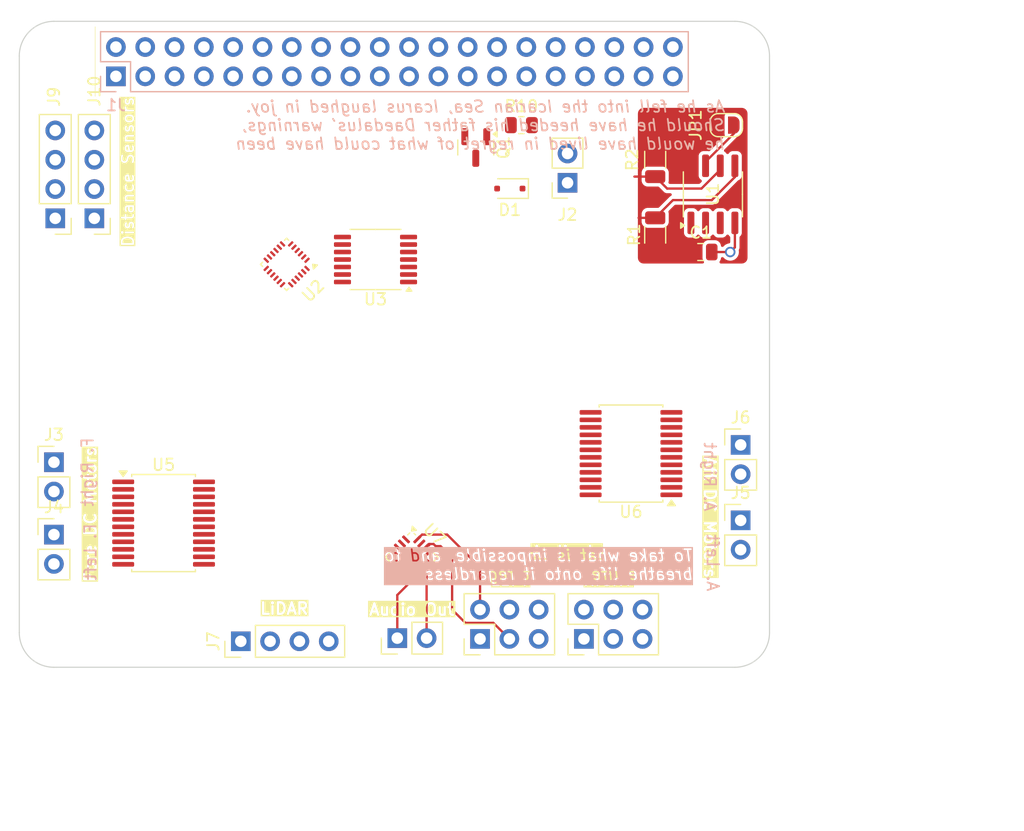
<source format=kicad_pcb>
(kicad_pcb (version 20241229) (generator "pcbnew") (generator_version "9.0")
  (title_block (date "15 nov 2012"))
  (layers (0 "F.Cu" signal) (4 "In1.Cu" signal) (6 "In2.Cu" signal) (2 "B.Cu" signal) (13 "F.Paste" user) (15 "B.Paste" user) (5 "F.SilkS" user "F.Silkscreen") (7 "B.SilkS" user "B.Silkscreen") (1 "F.Mask" user) (3 "B.Mask" user) (25 "Edge.Cuts" user))
  (net 0 "")
  (net 1 "GND")
  (net 2 "+5V")
  (net 3 "+3V3")
  (net 4 "Net-(D1-A)")
  (net 5 "/[1] HAT Interface/GPIO26")
  (net 6 "/[1] HAT Interface/GPIO21{slash}PCM.DOUT")
  (net 7 "/[1] HAT Interface/GPIO4{slash}GPCLK0")
  (net 8 "/[1] HAT Interface/GPIO18{slash}PCM.CLK")
  (net 9 "/[1] HAT Interface/GPIO27")
  (net 10 "/[1] HAT Interface/GPIO2{slash}SDA1")
  (net 11 "/[1] HAT Interface/GPIO5")
  (net 12 "/[1] HAT Interface/GPIO8{slash}SPI0.CE0")
  (net 13 "/[1] HAT Interface/GPIO13{slash}PWM1")
  (net 14 "/[1] HAT Interface/GPIO15{slash}RXD0")
  (net 15 "/[1] HAT Interface/GPIO14{slash}TXD0")
  (net 16 "/[1] HAT Interface/GPIO7{slash}SPI0.CE1")
  (net 17 "/[1] HAT Interface/ID_SCL")
  (net 18 "/[1] HAT Interface/GPIO23")
  (net 19 "/[1] HAT Interface/GPIO20{slash}PCM.DIN")
  (net 20 "/[1] HAT Interface/GPIO24")
  (net 21 "/[1] HAT Interface/GPIO3{slash}SCL1")
  (net 22 "/[1] HAT Interface/GPIO19{slash}PCM.FS")
  (net 23 "/[1] HAT Interface/GPIO9{slash}SPI0.MISO")
  (net 24 "/[1] HAT Interface/GPIO12{slash}PWM0")
  (net 25 "/[1] HAT Interface/GPIO16")
  (net 26 "/[1] HAT Interface/GPIO25")
  (net 27 "/[1] HAT Interface/ID_SDA")
  (net 28 "/[1] HAT Interface/GPIO10{slash}SPI0.MOSI")
  (net 29 "/[1] HAT Interface/GPIO11{slash}SPI0.SCLK")
  (net 30 "/[1] HAT Interface/GPIO22")
  (net 31 "/[1] HAT Interface/GPIO17")
  (net 32 "/[1] HAT Interface/GPIO6")
  (net 33 "Net-(JP1-A)")
  (net 34 "Net-(Q1-B)")
  (net 41 "Net-(U2-~{CS})")
  (net 42 "Net-(U2-SDO{slash}AD0)")
  (net 43 "Net-(U2-SDA{slash}SDI)")
  (net 45 "+1V5")
  (net 53 "+3.3V")
  (net 57 "Net-(U2-SCL{slash}SCLK)")
  (net 62 "Net-(U5-PGND2-Pad10)")
  (net 65 "Net-(U5-PGND1-Pad3)")
  (net 69 "Net-(U6-PGND1-Pad3)")
  (net 70 "Net-(U6-PGND2-Pad10)")
  (net 79 "/[3] Fan & Sensor Systems/OUT+")
  (net 82 "/[4] Motors/MOTOR A2")
  (net 83 "/[4] Motors/MOTOR A1")
  (net 85 "/[4] Motors/MOTOR B2")
  (net 86 "/[3] Fan & Sensor Systems/OUT-")
  (net 87 "/[4] Motors/MOTOR B1")
  (net 88 "/[4] Motors/MOTOR C1")
  (net 89 "/[4] Motors/MOTOR C2")
  (net 90 "/[4] Motors/MOTOR D2")
  (net 91 "/[4] Motors/MOTOR D1")
  (footprint "Connector_PinHeader_2.54mm:PinHeader_1x04_P2.54mm_Vertical" (layer "F.Cu") (at 119.19 97.75 90)
    (property "Reference" "J7" (at 0 -2.38 90) (layer "F.SilkS"))
    (property "Value" "Conn_01x04")
    (pad "1" thru_hole rect (at 0 0 90) (size 1.7 1.7) (drill 1) (layers "*.Cu" "*.Mask") (net 2 "+5V"))
    (pad "2" thru_hole circle (at 0 2.54 90) (size 1.7 1.7) (drill 1) (layers "*.Cu" "*.Mask") (net 14 "/[1] HAT Interface/GPIO15{slash}RXD0"))
    (pad "3" thru_hole circle (at 0 5.08 90) (size 1.7 1.7) (drill 1) (layers "*.Cu" "*.Mask") (net 24 "/[1] HAT Interface/GPIO12{slash}PWM0"))
    (pad "4" thru_hole circle (at 0 7.62 90) (size 1.7 1.7) (drill 1) (layers "*.Cu" "*.Mask") (net 1 "GND"))
  )
  (footprint "Jumper:SolderJumper-2_P1.3mm_Open_RoundedPad1.0x1.5mm" (layer "F.Cu") (at 161.255001 53 180)
    (property "Reference" "JP1" (at 2.66 0 90) (layer "F.SilkS"))
    (property "Value" "ID_WP")
    (pad "1" smd custom (at -0.65 0 180) (size 1 0.5) (layers "F.Cu" "F.Mask") (net 33 "Net-(JP1-A)") (options (clearance outline) (anchor rect)) (primitives (gr_circle (center 0 0.25) (end 0.5 0.25) (width 0) (fill yes)) (gr_circle (center 0 -0.25) (end 0.5 -0.25) (width 0) (fill yes)) (gr_poly (pts (xy 0.5 0.75) (xy 0 0.75) (xy 0 -0.75) (xy 0.5 -0.75)) (width 0) (fill yes))))
    (pad "2" smd custom (at 0.65 0 180) (size 1 0.5) (layers "F.Cu" "F.Mask") (net 3 "+3V3") (options (clearance outline) (anchor rect)) (primitives (gr_circle (center 0 0.25) (end 0.5 0.25) (width 0) (fill yes)) (gr_circle (center 0 -0.25) (end 0.5 -0.25) (width 0) (fill yes)) (gr_poly (pts (xy 0 0.75) (xy -0.5 0.75) (xy -0.5 -0.75) (xy 0 -0.75)) (width 0) (fill yes))))
  )
  (footprint "Connector_PinHeader_2.54mm:PinHeader_1x04_P2.54mm_Vertical" (layer "F.Cu") (at 103.115 61.08 180)
    (property "Reference" "J9" (at 0.115 10.54 90) (layer "F.SilkS"))
    (property "Value" "Conn_01x04")
    (pad "1" thru_hole rect (at 0 0 180) (size 1.7 1.7) (drill 1) (layers "*.Cu" "*.Mask") (net 2 "+5V"))
    (pad "2" thru_hole circle (at 0 2.54 180) (size 1.7 1.7) (drill 1) (layers "*.Cu" "*.Mask") (net 30 "/[1] HAT Interface/GPIO22"))
    (pad "3" thru_hole circle (at 0 5.08 180) (size 1.7 1.7) (drill 1) (layers "*.Cu" "*.Mask") (net 28 "/[1] HAT Interface/GPIO10{slash}SPI0.MOSI"))
    (pad "4" thru_hole circle (at 0 7.62 180) (size 1.7 1.7) (drill 1) (layers "*.Cu" "*.Mask") (net 1 "GND"))
  )
  (footprint "MountingHole:MountingHole_2.7mm_M2.5" (layer "F.Cu") (at 161.5 47.5)
    (property "Reference" "MH2" (hide yes))
    (property "Value" "MountingHole_2.7mm_M2.5" (hide yes))
    (pad "" np_thru_hole circle (at 0 0) (size 2.7 2.7) (drill 2.7) (layers "F&B.Cu" "*.Mask") (clearance 0.5))
  )
  (footprint "Resistor_SMD:R_1206_3216Metric" (layer "F.Cu") (at 155.095001 56 -90)
    (property "Reference" "R2" (at 0 2 90) (layer "F.SilkS"))
    (property "Value" "3.9k")
    (pad "1" smd roundrect (at -1.4625 0 270) (size 1.125 1.75) (layers "F.Cu" "F.Mask" "F.Paste") (roundrect_rratio 0.222222) (net 3 "+3V3"))
    (pad "2" smd roundrect (at 1.4625 0 270) (size 1.125 1.75) (layers "F.Cu" "F.Mask" "F.Paste") (roundrect_rratio 0.222222) (net 17 "/[1] HAT Interface/ID_SCL"))
  )
  (footprint "Connector_PinHeader_2.54mm:PinHeader_1x04_P2.54mm_Vertical" (layer "F.Cu") (at 106.5 61.08 180)
    (property "Reference" "J10" (at 0 11.04 90) (layer "F.SilkS"))
    (property "Value" "Conn_01x04")
    (pad "1" thru_hole rect (at 0 0 180) (size 1.7 1.7) (drill 1) (layers "*.Cu" "*.Mask") (net 2 "+5V"))
    (pad "2" thru_hole circle (at 0 2.54 180) (size 1.7 1.7) (drill 1) (layers "*.Cu" "*.Mask") (net 23 "/[1] HAT Interface/GPIO9{slash}SPI0.MISO"))
    (pad "3" thru_hole circle (at 0 5.08 180) (size 1.7 1.7) (drill 1) (layers "*.Cu" "*.Mask") (net 29 "/[1] HAT Interface/GPIO11{slash}SPI0.SCLK"))
    (pad "4" thru_hole circle (at 0 7.62 180) (size 1.7 1.7) (drill 1) (layers "*.Cu" "*.Mask") (net 1 "GND"))
  )
  (footprint "Connector_PinHeader_2.54mm:PinHeader_1x02_P2.54mm_Vertical" (layer "F.Cu") (at 103 88.5)
    (property "Reference" "J4" (at 0 -2.38 0) (layer "F.SilkS"))
    (property "Value" "Conn_01x02")
    (pad "1" thru_hole rect (at 0 0) (size 1.7 1.7) (drill 1) (layers "*.Cu" "*.Mask") (net 87 "/[4] Motors/MOTOR B1"))
    (pad "2" thru_hole circle (at 0 2.54) (size 1.7 1.7) (drill 1) (layers "*.Cu" "*.Mask") (net 85 "/[4] Motors/MOTOR B2"))
  )
  (footprint "Connector_PinHeader_2.54mm:PinHeader_2x03_P2.54mm_Vertical" (layer "F.Cu") (at 148.92 97.54 90)
    (property "Reference" "J17" (hide yes))
    (property "Value" "Conn_02x03_Counter_Clockwise")
    (pad "1" thru_hole rect (at 0 0 90) (size 1.7 1.7) (drill 1) (layers "*.Cu" "*.Mask") (net 53 "+3.3V"))
    (pad "2" thru_hole circle (at 2.54 0 90) (size 1.7 1.7) (drill 1) (layers "*.Cu" "*.Mask") (net 8 "/[1] HAT Interface/GPIO18{slash}PCM.CLK"))
    (pad "3" thru_hole circle (at 0 2.54 90) (size 1.7 1.7) (drill 1) (layers "*.Cu" "*.Mask") (net 22 "/[1] HAT Interface/GPIO19{slash}PCM.FS"))
    (pad "4" thru_hole circle (at 2.54 2.54 90) (size 1.7 1.7) (drill 1) (layers "*.Cu" "*.Mask") (net 19 "/[1] HAT Interface/GPIO20{slash}PCM.DIN"))
    (pad "5" thru_hole circle (at 0 5.08 90) (size 1.7 1.7) (drill 1) (layers "*.Cu" "*.Mask") (net 53 "+3.3V"))
    (pad "6" thru_hole circle (at 2.54 5.08 90) (size 1.7 1.7) (drill 1) (layers "*.Cu" "*.Mask") (net 1 "GND"))
  )
  (footprint "Connector_PinHeader_2.54mm:PinHeader_1x02_P2.54mm_Vertical" (layer "F.Cu") (at 162.5 80.725)
    (property "Reference" "J6" (at 0 -2.38 0) (layer "F.SilkS"))
    (property "Value" "Conn_01x02")
    (pad "1" thru_hole rect (at 0 0) (size 1.7 1.7) (drill 1) (layers "*.Cu" "*.Mask") (net 91 "/[4] Motors/MOTOR D1"))
    (pad "2" thru_hole circle (at 0 2.54) (size 1.7 1.7) (drill 1) (layers "*.Cu" "*.Mask") (net 90 "/[4] Motors/MOTOR D2"))
  )
  (footprint "Package_DFN_QFN:TQFN-16-1EP_3x3mm_P0.5mm_EP1.23x1.23mm" (layer "F.Cu") (at 133.993204 90.461136 -45)
    (property "Reference" "U7" (at 0 -2.8 135) (layer "F.SilkS"))
    (property "Value" "MAX98357A")
    (pad "1" smd roundrect (at -1.4375 -0.75 315) (size 0.825 0.25) (layers "F.Cu" "F.Mask" "F.Paste") (net 6 "/[1] HAT Interface/GPIO21{slash}PCM.DOUT"))
    (pad "2" smd roundrect (at -1.4375 -0.25 315) (size 0.825 0.25) (layers "F.Cu" "F.Mask" "F.Paste"))
    (pad "3" smd roundrect (at -1.4375 0.25 315) (size 0.825 0.25) (layers "F.Cu" "F.Mask" "F.Paste") (net 1 "GND"))
    (pad "4" smd roundrect (at -1.4375 0.75 315) (size 0.825 0.25) (layers "F.Cu" "F.Mask" "F.Paste"))
    (pad "5" smd roundrect (at -0.75 1.4375 315) (size 0.25 0.825) (layers "F.Cu" "F.Mask" "F.Paste"))
    (pad "6" smd roundrect (at -0.25 1.4375 315) (size 0.25 0.825) (layers "F.Cu" "F.Mask" "F.Paste"))
    (pad "7" smd roundrect (at 0.25 1.4375 315) (size 0.25 0.825) (layers "F.Cu" "F.Mask" "F.Paste") (net 2 "+5V"))
    (pad "8" smd roundrect (at 0.75 1.4375 315) (size 0.25 0.825) (layers "F.Cu" "F.Mask" "F.Paste") (net 2 "+5V"))
    (pad "9" smd roundrect (at 1.4375 0.75 315) (size 0.825 0.25) (layers "F.Cu" "F.Mask" "F.Paste") (net 79 "/[3] Fan & Sensor Systems/OUT+"))
    (pad "10" smd roundrect (at 1.4375 0.25 315) (size 0.825 0.25) (layers "F.Cu" "F.Mask" "F.Paste") (net 86 "/[3] Fan & Sensor Systems/OUT-"))
    (pad "11" smd roundrect (at 1.4375 -0.25 315) (size 0.825 0.25) (layers "F.Cu" "F.Mask" "F.Paste") (net 1 "GND"))
    (pad "12" smd roundrect (at 1.4375 -0.75 315) (size 0.825 0.25) (layers "F.Cu" "F.Mask" "F.Paste"))
    (pad "13" smd roundrect (at 0.75 -1.4375 315) (size 0.25 0.825) (layers "F.Cu" "F.Mask" "F.Paste"))
    (pad "14" smd roundrect (at 0.25 -1.4375 315) (size 0.25 0.825) (layers "F.Cu" "F.Mask" "F.Paste") (net 22 "/[1] HAT Interface/GPIO19{slash}PCM.FS"))
    (pad "15" smd roundrect (at -0.25 -1.4375 315) (size 0.25 0.825) (layers "F.Cu" "F.Mask" "F.Paste") (net 1 "GND"))
    (pad "16" smd roundrect (at -0.75 -1.4375 315) (size 0.25 0.825) (layers "F.Cu" "F.Mask" "F.Paste") (net 8 "/[1] HAT Interface/GPIO18{slash}PCM.CLK"))
    (pad "17" smd rect (at 0 0 315) (size 1.23 1.23) (property pad_prop_heatsink) (layers "F.Cu" "F.Mask") (net 1 "GND"))
  )
  (footprint "Connector_PinSocket_2.54mm:PinSocket_1x02_P2.54mm_Vertical" (layer "F.Cu") (at 147.5 58 180)
    (property "Reference" "J2" (at 0 -2.77 0) (layer "F.SilkS"))
    (property "Value" "Conn_01x02")
    (pad "1" thru_hole rect (at 0 0 180) (size 1.7 1.7) (drill 1) (layers "*.Cu" "*.Mask") (net 2 "+5V"))
    (pad "2" thru_hole circle (at 0 2.54 180) (size 1.7 1.7) (drill 1) (layers "*.Cu" "*.Mask") (net 4 "Net-(D1-A)"))
  )
  (footprint "Package_TO_SOT_SMD:SOT-23" (layer "F.Cu") (at 139.55 54.9375 -90)
    (property "Reference" "Q1" (at 0 -2.4 90) (layer "F.SilkS"))
    (property "Value" "SS8050")
    (pad "1" smd roundrect (at -0.9375 -0.95 270) (size 1.475 0.6) (layers "F.Cu" "F.Mask" "F.Paste") (net 34 "Net-(Q1-B)"))
    (pad "2" smd roundrect (at -0.9375 0.95 270) (size 1.475 0.6) (layers "F.Cu" "F.Mask" "F.Paste") (net 1 "GND"))
    (pad "3" smd roundrect (at 0.9375 0 270) (size 1.475 0.6) (layers "F.Cu" "F.Mask" "F.Paste") (net 4 "Net-(D1-A)"))
  )
  (footprint "Resistor_SMD:R_1206_3216Metric" (layer "F.Cu") (at 155.095001 62.5 90)
    (property "Reference" "R1" (at 0 -1.83 90) (layer "F.SilkS"))
    (property "Value" "3.9k")
    (pad "1" smd roundrect (at -1.4625 0 90) (size 1.125 1.75) (layers "F.Cu" "F.Mask" "F.Paste") (roundrect_rratio 0.222222) (net 3 "+3V3"))
    (pad "2" smd roundrect (at 1.4625 0 90) (size 1.125 1.75) (layers "F.Cu" "F.Mask" "F.Paste") (roundrect_rratio 0.222222) (net 27 "/[1] HAT Interface/ID_SDA"))
  )
  (footprint "Capacitor_SMD:C_0805_2012Metric" (layer "F.Cu") (at 159.045001 64)
    (property "Reference" "C1" (at 0 -1.68 0) (layer "F.SilkS"))
    (property "Value" "100n")
    (pad "1" smd roundrect (at -0.95 0) (size 1 1.45) (layers "F.Cu" "F.Mask" "F.Paste") (net 3 "+3V3"))
    (pad "2" smd roundrect (at 0.95 0) (size 1 1.45) (layers "F.Cu" "F.Mask" "F.Paste") (net 1 "GND"))
  )
  (footprint "Package_SO:SOIC-8_3.9x4.9mm_P1.27mm" (layer "F.Cu") (at 160.095001 59 90)
    (property "Reference" "U1" (at 0 0 90) (layer "F.SilkS"))
    (property "Value" "CAT24C256")
    (pad "1" smd roundrect (at -2.475 -1.905 90) (size 1.95 0.6) (layers "F.Cu" "F.Mask" "F.Paste"))
    (pad "2" smd roundrect (at -2.475 -0.635 90) (size 1.95 0.6) (layers "F.Cu" "F.Mask" "F.Paste"))
    (pad "3" smd roundrect (at -2.475 0.635 90) (size 1.95 0.6) (layers "F.Cu" "F.Mask" "F.Paste"))
    (pad "4" smd roundrect (at -2.475 1.905 90) (size 1.95 0.6) (layers "F.Cu" "F.Mask" "F.Paste") (net 1 "GND"))
    (pad "5" smd roundrect (at 2.475 1.905 90) (size 1.95 0.6) (layers "F.Cu" "F.Mask" "F.Paste") (net 27 "/[1] HAT Interface/ID_SDA"))
    (pad "6" smd roundrect (at 2.475 0.635 90) (size 1.95 0.6) (layers "F.Cu" "F.Mask" "F.Paste") (net 17 "/[1] HAT Interface/ID_SCL"))
    (pad "7" smd roundrect (at 2.475 -0.635 90) (size 1.95 0.6) (layers "F.Cu" "F.Mask" "F.Paste") (net 33 "Net-(JP1-A)"))
    (pad "8" smd roundrect (at 2.475 -1.905 90) (size 1.95 0.6) (layers "F.Cu" "F.Mask" "F.Paste") (net 3 "+3V3"))
  )
  (footprint "MountingHole:MountingHole_2.7mm_M2.5" (layer "F.Cu") (at 103.5 96.5)
    (property "Reference" "MH3" (hide yes))
    (property "Value" "MountingHole_2.7mm_M2.5" (hide yes))
    (pad "" np_thru_hole circle (at 0 0) (size 2.7 2.7) (drill 2.7) (layers "F&B.Cu" "*.Mask") (clearance 0.5))
  )
  (footprint "MountingHole:MountingHole_2.7mm_M2.5" (layer "F.Cu") (at 103.5 47.5)
    (property "Reference" "MH1" (hide yes))
    (property "Value" "MountingHole_2.7mm_M2.5" (hide yes))
    (pad "" np_thru_hole circle (at 0 0) (size 2.7 2.7) (drill 2.7) (layers "F&B.Cu" "*.Mask") (clearance 0.5))
  )
  (footprint "Sensor_Motion:InvenSense_QFN-24_3x3mm_P0.4mm" (layer "F.Cu") (at 123.161053 65.067233 -135)
    (property "Reference" "U2" (at 0 -3.25 45) (layer "F.SilkS"))
    (property "Value" "ICM-20948")
    (pad "1" smd roundrect (at -1.5 -1 225) (size 0.55 0.2) (layers "F.Cu" "F.Mask" "F.Paste"))
    (pad "2" smd roundrect (at -1.5 -0.6 225) (size 0.55 0.2) (layers "F.Cu" "F.Mask" "F.Paste"))
    (pad "3" smd roundrect (at -1.5 -0.2 225) (size 0.55 0.2) (layers "F.Cu" "F.Mask" "F.Paste"))
    (pad "4" smd roundrect (at -1.5 0.2 225) (size 0.55 0.2) (layers "F.Cu" "F.Mask" "F.Paste"))
    (pad "5" smd roundrect (at -1.5 0.6 225) (size 0.55 0.2) (layers "F.Cu" "F.Mask" "F.Paste"))
    (pad "6" smd roundrect (at -1.5 1 225) (size 0.55 0.2) (layers "F.Cu" "F.Mask" "F.Paste"))
    (pad "7" smd roundrect (at -1 1.5 315) (size 0.55 0.2) (layers "F.Cu" "F.Mask" "F.Paste"))
    (pad "8" smd roundrect (at -0.6 1.5 315) (size 0.55 0.2) (layers "F.Cu" "F.Mask" "F.Paste") (net 45 "+1V5"))
    (pad "9" smd roundrect (at -0.2 1.5 315) (size 0.55 0.2) (layers "F.Cu" "F.Mask" "F.Paste") (net 42 "Net-(U2-SDO{slash}AD0)"))
    (pad "10" smd roundrect (at 0.2 1.5 315) (size 0.55 0.2) (layers "F.Cu" "F.Mask" "F.Paste"))
    (pad "11" smd roundrect (at 0.6 1.5 315) (size 0.55 0.2) (layers "F.Cu" "F.Mask" "F.Paste"))
    (pad "12" smd roundrect (at 1 1.5 315) (size 0.55 0.2) (layers "F.Cu" "F.Mask" "F.Paste"))
    (pad "13" smd roundrect (at 1.5 1 225) (size 0.55 0.2) (layers "F.Cu" "F.Mask" "F.Paste") (net 53 "+3.3V"))
    (pad "14" smd roundrect (at 1.5 0.6 225) (size 0.55 0.2) (layers "F.Cu" "F.Mask" "F.Paste"))
    (pad "15" smd roundrect (at 1.5 0.2 225) (size 0.55 0.2) (layers "F.Cu" "F.Mask" "F.Paste"))
    (pad "16" smd roundrect (at 1.5 -0.2 225) (size 0.55 0.2) (layers "F.Cu" "F.Mask" "F.Paste"))
    (pad "17" smd roundrect (at 1.5 -0.6 225) (size 0.55 0.2) (layers "F.Cu" "F.Mask" "F.Paste"))
    (pad "18" smd roundrect (at 1.5 -1 225) (size 0.55 0.2) (layers "F.Cu" "F.Mask" "F.Paste") (net 1 "GND"))
    (pad "19" smd roundrect (at 1 -1.5 315) (size 0.55 0.2) (layers "F.Cu" "F.Mask" "F.Paste"))
    (pad "20" smd roundrect (at 0.6 -1.5 315) (size 0.55 0.2) (layers "F.Cu" "F.Mask" "F.Paste") (net 1 "GND"))
    (pad "21" smd roundrect (at 0.2 -1.5 315) (size 0.55 0.2) (layers "F.Cu" "F.Mask" "F.Paste"))
    (pad "22" smd roundrect (at -0.2 -1.5 315) (size 0.55 0.2) (layers "F.Cu" "F.Mask" "F.Paste") (net 41 "Net-(U2-~{CS})"))
    (pad "23" smd roundrect (at -0.6 -1.5 315) (size 0.55 0.2) (layers "F.Cu" "F.Mask" "F.Paste") (net 57 "Net-(U2-SCL{slash}SCLK)"))
    (pad "24" smd roundrect (at -1 -1.5 315) (size 0.55 0.2) (layers "F.Cu" "F.Mask" "F.Paste") (net 43 "Net-(U2-SDA{slash}SDI)"))
    (zone (net 0) (net_name "") (layer "F.Cu") (connect_pads (clearance 0)) (min_thickness 0.254)
      (keepout (tracks not_allowed) (vias not_allowed) (pads not_allowed) (copperpour not_allowed) (footprints allowed))
      (fill (thermal_gap 0.508) (thermal_bridge_width 0.508))
      (polygon (pts (xy 124.341921 65.010664) (xy 123.104484 66.248101) (xy 121.980185 65.123802) (xy 123.217622 63.886365)))
    )
  )
  (footprint "Connector_PinHeader_2.54mm:PinHeader_1x02_P2.54mm_Vertical" (layer "F.Cu") (at 103 82.225)
    (property "Reference" "J3" (at 0 -2.38 0) (layer "F.SilkS"))
    (property "Value" "Conn_01x02")
    (pad "1" thru_hole rect (at 0 0) (size 1.7 1.7) (drill 1) (layers "*.Cu" "*.Mask") (net 83 "/[4] Motors/MOTOR A1"))
    (pad "2" thru_hole circle (at 0 2.54) (size 1.7 1.7) (drill 1) (layers "*.Cu" "*.Mask") (net 82 "/[4] Motors/MOTOR A2"))
  )
  (footprint "Connector_PinHeader_2.54mm:PinHeader_2x03_P2.54mm_Vertical" (layer "F.Cu") (at 139.92 97.54 90)
    (property "Reference" "J16" (hide yes))
    (property "Value" "Conn_02x03_Counter_Clockwise")
    (pad "1" thru_hole rect (at 0 0 90) (size 1.7 1.7) (drill 1) (layers "*.Cu" "*.Mask") (net 1 "GND"))
    (pad "2" thru_hole circle (at 2.54 0 90) (size 1.7 1.7) (drill 1) (layers "*.Cu" "*.Mask") (net 8 "/[1] HAT Interface/GPIO18{slash}PCM.CLK"))
    (pad "3" thru_hole circle (at 0 2.54 90) (size 1.7 1.7) (drill 1) (layers "*.Cu" "*.Mask") (net 22 "/[1] HAT Interface/GPIO19{slash}PCM.FS"))
    (pad "4" thru_hole circle (at 2.54 2.54 90) (size 1.7 1.7) (drill 1) (layers "*.Cu" "*.Mask") (net 19 "/[1] HAT Interface/GPIO20{slash}PCM.DIN"))
    (pad "5" thru_hole circle (at 0 5.08 90) (size 1.7 1.7) (drill 1) (layers "*.Cu" "*.Mask") (net 53 "+3.3V"))
    (pad "6" thru_hole circle (at 2.54 5.08 90) (size 1.7 1.7) (drill 1) (layers "*.Cu" "*.Mask") (net 1 "GND"))
  )
  (footprint "Connector_PinHeader_2.54mm:PinHeader_1x02_P2.54mm_Vertical" (layer "F.Cu") (at 132.75 97.475 90)
    (property "Reference" "J8" (hide yes))
    (property "Value" "Conn_01x02")
    (pad "1" thru_hole rect (at 0 0 90) (size 1.7 1.7) (drill 1) (layers "*.Cu" "*.Mask") (net 79 "/[3] Fan & Sensor Systems/OUT+"))
    (pad "2" thru_hole circle (at 0 2.54 90) (size 1.7 1.7) (drill 1) (layers "*.Cu" "*.Mask") (net 86 "/[3] Fan & Sensor Systems/OUT-"))
  )
  (footprint "Connector_PinHeader_2.54mm:PinHeader_1x02_P2.54mm_Vertical" (layer "F.Cu") (at 162.5 87.265)
    (property "Reference" "J5" (at 0 -2.38 0) (layer "F.SilkS"))
    (property "Value" "Conn_01x02")
    (pad "1" thru_hole rect (at 0 0) (size 1.7 1.7) (drill 1) (layers "*.Cu" "*.Mask") (net 88 "/[4] Motors/MOTOR C1"))
    (pad "2" thru_hole circle (at 0 2.54) (size 1.7 1.7) (drill 1) (layers "*.Cu" "*.Mask") (net 89 "/[4] Motors/MOTOR C2"))
  )
  (footprint "MountingHole:MountingHole_2.7mm_M2.5" (layer "F.Cu") (at 161.5 96.5)
    (property "Reference" "MH4" (hide yes))
    (property "Value" "MountingHole_2.7mm_M2.5" (hide yes))
    (pad "" np_thru_hole circle (at 0 0) (size 2.7 2.7) (drill 2.7) (layers "F&B.Cu" "*.Mask") (clearance 0.5))
  )
  (footprint "Package_SO:SSOP-24_5.3x8.2mm_P0.65mm" (layer "F.Cu") (at 112.5 87.5)
    (property "Reference" "U5" (at 0 -5.05 0) (layer "F.SilkS"))
    (property "Value" "TB6612FNG")
    (pad "1" smd roundrect (at -3.5 -3.575) (size 1.9 0.4) (layers "F.Cu" "F.Mask" "F.Paste") (net 83 "/[4] Motors/MOTOR A1"))
    (pad "2" smd roundrect (at -3.5 -2.925) (size 1.9 0.4) (layers "F.Cu" "F.Mask" "F.Paste") (net 83 "/[4] Motors/MOTOR A1"))
    (pad "3" smd roundrect (at -3.5 -2.275) (size 1.9 0.4) (layers "F.Cu" "F.Mask" "F.Paste") (net 65 "Net-(U5-PGND1-Pad3)"))
    (pad "4" smd roundrect (at -3.5 -1.625) (size 1.9 0.4) (layers "F.Cu" "F.Mask" "F.Paste") (net 65 "Net-(U5-PGND1-Pad3)"))
    (pad "5" smd roundrect (at -3.5 -0.975) (size 1.9 0.4) (layers "F.Cu" "F.Mask" "F.Paste") (net 82 "/[4] Motors/MOTOR A2"))
    (pad "6" smd roundrect (at -3.5 -0.325) (size 1.9 0.4) (layers "F.Cu" "F.Mask" "F.Paste") (net 82 "/[4] Motors/MOTOR A2"))
    (pad "7" smd roundrect (at -3.5 0.325) (size 1.9 0.4) (layers "F.Cu" "F.Mask" "F.Paste") (net 85 "/[4] Motors/MOTOR B2"))
    (pad "8" smd roundrect (at -3.5 0.975) (size 1.9 0.4) (layers "F.Cu" "F.Mask" "F.Paste") (net 85 "/[4] Motors/MOTOR B2"))
    (pad "9" smd roundrect (at -3.5 1.625) (size 1.9 0.4) (layers "F.Cu" "F.Mask" "F.Paste") (net 62 "Net-(U5-PGND2-Pad10)"))
    (pad "10" smd roundrect (at -3.5 2.275) (size 1.9 0.4) (layers "F.Cu" "F.Mask" "F.Paste") (net 62 "Net-(U5-PGND2-Pad10)"))
    (pad "11" smd roundrect (at -3.5 2.925) (size 1.9 0.4) (layers "F.Cu" "F.Mask" "F.Paste") (net 87 "/[4] Motors/MOTOR B1"))
    (pad "12" smd roundrect (at -3.5 3.575) (size 1.9 0.4) (layers "F.Cu" "F.Mask" "F.Paste") (net 87 "/[4] Motors/MOTOR B1"))
    (pad "13" smd roundrect (at 3.5 3.575) (size 1.9 0.4) (layers "F.Cu" "F.Mask" "F.Paste"))
    (pad "14" smd roundrect (at 3.5 2.925) (size 1.9 0.4) (layers "F.Cu" "F.Mask" "F.Paste"))
    (pad "15" smd roundrect (at 3.5 2.275) (size 1.9 0.4) (layers "F.Cu" "F.Mask" "F.Paste") (net 13 "/[1] HAT Interface/GPIO13{slash}PWM1"))
    (pad "16" smd roundrect (at 3.5 1.625) (size 1.9 0.4) (layers "F.Cu" "F.Mask" "F.Paste") (net 32 "/[1] HAT Interface/GPIO6"))
    (pad "17" smd roundrect (at 3.5 0.975) (size 1.9 0.4) (layers "F.Cu" "F.Mask" "F.Paste") (net 11 "/[1] HAT Interface/GPIO5"))
    (pad "18" smd roundrect (at 3.5 0.325) (size 1.9 0.4) (layers "F.Cu" "F.Mask" "F.Paste"))
    (pad "19" smd roundrect (at 3.5 -0.325) (size 1.9 0.4) (layers "F.Cu" "F.Mask" "F.Paste") (net 5 "/[1] HAT Interface/GPIO26"))
    (pad "20" smd roundrect (at 3.5 -0.975) (size 1.9 0.4) (layers "F.Cu" "F.Mask" "F.Paste"))
    (pad "21" smd roundrect (at 3.5 -1.625) (size 1.9 0.4) (layers "F.Cu" "F.Mask" "F.Paste") (net 31 "/[1] HAT Interface/GPIO17"))
    (pad "22" smd roundrect (at 3.5 -2.275) (size 1.9 0.4) (layers "F.Cu" "F.Mask" "F.Paste") (net 9 "/[1] HAT Interface/GPIO27"))
    (pad "23" smd roundrect (at 3.5 -2.925) (size 1.9 0.4) (layers "F.Cu" "F.Mask" "F.Paste") (net 13 "/[1] HAT Interface/GPIO13{slash}PWM1"))
    (pad "24" smd roundrect (at 3.5 -3.575) (size 1.9 0.4) (layers "F.Cu" "F.Mask" "F.Paste"))
  )
  (footprint "Resistor_SMD:R_0805_2012Metric" (layer "F.Cu") (at 143.5 53)
    (property "Reference" "R10" (at 0 -1.65 0) (layer "F.SilkS"))
    (property "Value" "R")
    (pad "1" smd roundrect (at -0.9125 0) (size 1.025 1.4) (layers "F.Cu" "F.Mask" "F.Paste") (roundrect_rratio 0.243902) (net 34 "Net-(Q1-B)"))
    (pad "2" smd roundrect (at 0.9125 0) (size 1.025 1.4) (layers "F.Cu" "F.Mask" "F.Paste") (roundrect_rratio 0.243902) (net 25 "/[1] HAT Interface/GPIO16"))
  )
  (footprint "Package_SO:SSOP-24_5.3x8.2mm_P0.65mm" (layer "F.Cu") (at 153 81.475 180)
    (property "Reference" "U6" (at 0 -5.05 0) (layer "F.SilkS"))
    (property "Value" "TB6612FNG")
    (pad "1" smd roundrect (at -3.5 -3.575 180) (size 1.9 0.4) (layers "F.Cu" "F.Mask" "F.Paste") (net 88 "/[4] Motors/MOTOR C1"))
    (pad "2" smd roundrect (at -3.5 -2.925 180) (size 1.9 0.4) (layers "F.Cu" "F.Mask" "F.Paste") (net 88 "/[4] Motors/MOTOR C1"))
    (pad "3" smd roundrect (at -3.5 -2.275 180) (size 1.9 0.4) (layers "F.Cu" "F.Mask" "F.Paste") (net 69 "Net-(U6-PGND1-Pad3)"))
    (pad "4" smd roundrect (at -3.5 -1.625 180) (size 1.9 0.4) (layers "F.Cu" "F.Mask" "F.Paste") (net 69 "Net-(U6-PGND1-Pad3)"))
    (pad "5" smd roundrect (at -3.5 -0.975 180) (size 1.9 0.4) (layers "F.Cu" "F.Mask" "F.Paste") (net 89 "/[4] Motors/MOTOR C2"))
    (pad "6" smd roundrect (at -3.5 -0.325 180) (size 1.9 0.4) (layers "F.Cu" "F.Mask" "F.Paste") (net 89 "/[4] Motors/MOTOR C2"))
    (pad "7" smd roundrect (at -3.5 0.325 180) (size 1.9 0.4) (layers "F.Cu" "F.Mask" "F.Paste") (net 90 "/[4] Motors/MOTOR D2"))
    (pad "8" smd roundrect (at -3.5 0.975 180) (size 1.9 0.4) (layers "F.Cu" "F.Mask" "F.Paste") (net 90 "/[4] Motors/MOTOR D2"))
    (pad "9" smd roundrect (at -3.5 1.625 180) (size 1.9 0.4) (layers "F.Cu" "F.Mask" "F.Paste") (net 70 "Net-(U6-PGND2-Pad10)"))
    (pad "10" smd roundrect (at -3.5 2.275 180) (size 1.9 0.4) (layers "F.Cu" "F.Mask" "F.Paste") (net 70 "Net-(U6-PGND2-Pad10)"))
    (pad "11" smd roundrect (at -3.5 2.925 180) (size 1.9 0.4) (layers "F.Cu" "F.Mask" "F.Paste") (net 91 "/[4] Motors/MOTOR D1"))
    (pad "12" smd roundrect (at -3.5 3.575 180) (size 1.9 0.4) (layers "F.Cu" "F.Mask" "F.Paste") (net 91 "/[4] Motors/MOTOR D1"))
    (pad "13" smd roundrect (at 3.5 3.575 180) (size 1.9 0.4) (layers "F.Cu" "F.Mask" "F.Paste"))
    (pad "14" smd roundrect (at 3.5 2.925 180) (size 1.9 0.4) (layers "F.Cu" "F.Mask" "F.Paste"))
    (pad "15" smd roundrect (at 3.5 2.275 180) (size 1.9 0.4) (layers "F.Cu" "F.Mask" "F.Paste") (net 13 "/[1] HAT Interface/GPIO13{slash}PWM1"))
    (pad "16" smd roundrect (at 3.5 1.625 180) (size 1.9 0.4) (layers "F.Cu" "F.Mask" "F.Paste") (net 32 "/[1] HAT Interface/GPIO6"))
    (pad "17" smd roundrect (at 3.5 0.975 180) (size 1.9 0.4) (layers "F.Cu" "F.Mask" "F.Paste") (net 11 "/[1] HAT Interface/GPIO5"))
    (pad "18" smd roundrect (at 3.5 0.325 180) (size 1.9 0.4) (layers "F.Cu" "F.Mask" "F.Paste"))
    (pad "19" smd roundrect (at 3.5 -0.325 180) (size 1.9 0.4) (layers "F.Cu" "F.Mask" "F.Paste") (net 5 "/[1] HAT Interface/GPIO26"))
    (pad "20" smd roundrect (at 3.5 -0.975 180) (size 1.9 0.4) (layers "F.Cu" "F.Mask" "F.Paste"))
    (pad "21" smd roundrect (at 3.5 -1.625 180) (size 1.9 0.4) (layers "F.Cu" "F.Mask" "F.Paste") (net 31 "/[1] HAT Interface/GPIO17"))
    (pad "22" smd roundrect (at 3.5 -2.275 180) (size 1.9 0.4) (layers "F.Cu" "F.Mask" "F.Paste") (net 9 "/[1] HAT Interface/GPIO27"))
    (pad "23" smd roundrect (at 3.5 -2.925 180) (size 1.9 0.4) (layers "F.Cu" "F.Mask" "F.Paste") (net 13 "/[1] HAT Interface/GPIO13{slash}PWM1"))
    (pad "24" smd roundrect (at 3.5 -3.575 180) (size 1.9 0.4) (layers "F.Cu" "F.Mask" "F.Paste"))
  )
  (footprint "Diode_SMD:D_SOD-323F" (layer "F.Cu") (at 142.5 58.5 180)
    (property "Reference" "D1" (at 0 -1.85 0) (layer "F.SilkS"))
    (property "Value" "D")
    (pad "1" smd roundrect (at -1.1 0 180) (size 0.5 0.5) (layers "F.Cu" "F.Mask" "F.Paste") (net 2 "+5V"))
    (pad "2" smd roundrect (at 1.1 0 180) (size 0.5 0.5) (layers "F.Cu" "F.Mask" "F.Paste") (net 4 "Net-(D1-A)"))
  )
  (footprint "Package_SO:TSSOP-14_4.4x5mm_P0.65mm" (layer "F.Cu") (at 130.8625 64.65 180)
    (property "Reference" "U3" (at 0 -3.45 0) (layer "F.SilkS"))
    (property "Value" "TXS0104EPW")
    (pad "1" smd roundrect (at -2.8625 -1.95 180) (size 1.475 0.4) (layers "F.Cu" "F.Mask" "F.Paste") (net 53 "+3.3V"))
    (pad "2" smd roundrect (at -2.8625 -1.3 180) (size 1.475 0.4) (layers "F.Cu" "F.Mask" "F.Paste") (net 53 "+3.3V"))
    (pad "3" smd roundrect (at -2.8625 -0.65 180) (size 1.475 0.4) (layers "F.Cu" "F.Mask" "F.Paste") (net 10 "/[1] HAT Interface/GPIO2{slash}SDA1"))
    (pad "4" smd roundrect (at -2.8625 0 180) (size 1.475 0.4) (layers "F.Cu" "F.Mask" "F.Paste") (net 21 "/[1] HAT Interface/GPIO3{slash}SCL1"))
    (pad "5" smd roundrect (at -2.8625 0.65 180) (size 1.475 0.4) (layers "F.Cu" "F.Mask" "F.Paste") (net 53 "+3.3V"))
    (pad "6" smd roundrect (at -2.8625 1.3 180) (size 1.475 0.4) (layers "F.Cu" "F.Mask" "F.Paste"))
    (pad "7" smd roundrect (at -2.8625 1.95 180) (size 1.475 0.4) (layers "F.Cu" "F.Mask" "F.Paste") (net 1 "GND"))
    (pad "8" smd roundrect (at 2.8625 1.95 180) (size 1.475 0.4) (layers "F.Cu" "F.Mask" "F.Paste") (net 53 "+3.3V"))
    (pad "9" smd roundrect (at 2.8625 1.3 180) (size 1.475 0.4) (layers "F.Cu" "F.Mask" "F.Paste"))
    (pad "10" smd roundrect (at 2.8625 0.65 180) (size 1.475 0.4) (layers "F.Cu" "F.Mask" "F.Paste") (net 41 "Net-(U2-~{CS})"))
    (pad "11" smd roundrect (at 2.8625 0 180) (size 1.475 0.4) (layers "F.Cu" "F.Mask" "F.Paste") (net 57 "Net-(U2-SCL{slash}SCLK)"))
    (pad "12" smd roundrect (at 2.8625 -0.65 180) (size 1.475 0.4) (layers "F.Cu" "F.Mask" "F.Paste") (net 43 "Net-(U2-SDA{slash}SDI)"))
    (pad "13" smd roundrect (at 2.8625 -1.3 180) (size 1.475 0.4) (layers "F.Cu" "F.Mask" "F.Paste") (net 42 "Net-(U2-SDO{slash}AD0)"))
    (pad "14" smd roundrect (at 2.8625 -1.95 180) (size 1.475 0.4) (layers "F.Cu" "F.Mask" "F.Paste") (net 45 "+1V5"))
  )
  (footprint "Connector_PinSocket_2.54mm:PinSocket_2x20_P2.54mm_Vertical" (layer "B.Cu") (at 108.37 48.77 -90)
    (property "Reference" "J1" (at 2.5 0 0) (layer "B.SilkS") (effects (justify mirror)))
    (property "Value" "GPIO")
    (pad "1" thru_hole rect (at 0 0 270) (size 1.7 1.7) (drill 1) (layers "*.Cu" "*.Mask") (net 3 "+3V3"))
    (pad "2" thru_hole oval (at -2.54 0 270) (size 1.7 1.7) (drill 1) (layers "*.Cu" "*.Mask") (net 2 "+5V"))
    (pad "3" thru_hole oval (at 0 -2.54 270) (size 1.7 1.7) (drill 1) (layers "*.Cu" "*.Mask") (net 10 "/[1] HAT Interface/GPIO2{slash}SDA1"))
    (pad "4" thru_hole oval (at -2.54 -2.54 270) (size 1.7 1.7) (drill 1) (layers "*.Cu" "*.Mask") (net 2 "+5V"))
    (pad "5" thru_hole oval (at 0 -5.08 270) (size 1.7 1.7) (drill 1) (layers "*.Cu" "*.Mask") (net 21 "/[1] HAT Interface/GPIO3{slash}SCL1"))
    (pad "6" thru_hole oval (at -2.54 -5.08 270) (size 1.7 1.7) (drill 1) (layers "*.Cu" "*.Mask") (net 1 "GND"))
    (pad "7" thru_hole oval (at 0 -7.62 270) (size 1.7 1.7) (drill 1) (layers "*.Cu" "*.Mask") (net 7 "/[1] HAT Interface/GPIO4{slash}GPCLK0"))
    (pad "8" thru_hole oval (at -2.54 -7.62 270) (size 1.7 1.7) (drill 1) (layers "*.Cu" "*.Mask") (net 15 "/[1] HAT Interface/GPIO14{slash}TXD0"))
    (pad "9" thru_hole oval (at 0 -10.16 270) (size 1.7 1.7) (drill 1) (layers "*.Cu" "*.Mask") (net 1 "GND"))
    (pad "10" thru_hole oval (at -2.54 -10.16 270) (size 1.7 1.7) (drill 1) (layers "*.Cu" "*.Mask") (net 14 "/[1] HAT Interface/GPIO15{slash}RXD0"))
    (pad "11" thru_hole oval (at 0 -12.7 270) (size 1.7 1.7) (drill 1) (layers "*.Cu" "*.Mask") (net 31 "/[1] HAT Interface/GPIO17"))
    (pad "12" thru_hole oval (at -2.54 -12.7 270) (size 1.7 1.7) (drill 1) (layers "*.Cu" "*.Mask") (net 8 "/[1] HAT Interface/GPIO18{slash}PCM.CLK"))
    (pad "13" thru_hole oval (at 0 -15.24 270) (size 1.7 1.7) (drill 1) (layers "*.Cu" "*.Mask") (net 9 "/[1] HAT Interface/GPIO27"))
    (pad "14" thru_hole oval (at -2.54 -15.24 270) (size 1.7 1.7) (drill 1) (layers "*.Cu" "*.Mask") (net 1 "GND"))
    (pad "15" thru_hole oval (at 0 -17.78 270) (size 1.7 1.7) (drill 1) (layers "*.Cu" "*.Mask") (net 30 "/[1] HAT Interface/GPIO22"))
    (pad "16" thru_hole oval (at -2.54 -17.78 270) (size 1.7 1.7) (drill 1) (layers "*.Cu" "*.Mask") (net 18 "/[1] HAT Interface/GPIO23"))
    (pad "17" thru_hole oval (at 0 -20.32 270) (size 1.7 1.7) (drill 1) (layers "*.Cu" "*.Mask") (net 3 "+3V3"))
    (pad "18" thru_hole oval (at -2.54 -20.32 270) (size 1.7 1.7) (drill 1) (layers "*.Cu" "*.Mask") (net 20 "/[1] HAT Interface/GPIO24"))
    (pad "19" thru_hole oval (at 0 -22.86 270) (size 1.7 1.7) (drill 1) (layers "*.Cu" "*.Mask") (net 28 "/[1] HAT Interface/GPIO10{slash}SPI0.MOSI"))
    (pad "20" thru_hole oval (at -2.54 -22.86 270) (size 1.7 1.7) (drill 1) (layers "*.Cu" "*.Mask") (net 1 "GND"))
    (pad "21" thru_hole oval (at 0 -25.4 270) (size 1.7 1.7) (drill 1) (layers "*.Cu" "*.Mask") (net 23 "/[1] HAT Interface/GPIO9{slash}SPI0.MISO"))
    (pad "22" thru_hole oval (at -2.54 -25.4 270) (size 1.7 1.7) (drill 1) (layers "*.Cu" "*.Mask") (net 26 "/[1] HAT Interface/GPIO25"))
    (pad "23" thru_hole oval (at 0 -27.94 270) (size 1.7 1.7) (drill 1) (layers "*.Cu" "*.Mask") (net 29 "/[1] HAT Interface/GPIO11{slash}SPI0.SCLK"))
    (pad "24" thru_hole oval (at -2.54 -27.94 270) (size 1.7 1.7) (drill 1) (layers "*.Cu" "*.Mask") (net 12 "/[1] HAT Interface/GPIO8{slash}SPI0.CE0"))
    (pad "25" thru_hole oval (at 0 -30.48 270) (size 1.7 1.7) (drill 1) (layers "*.Cu" "*.Mask") (net 1 "GND"))
    (pad "26" thru_hole oval (at -2.54 -30.48 270) (size 1.7 1.7) (drill 1) (layers "*.Cu" "*.Mask") (net 16 "/[1] HAT Interface/GPIO7{slash}SPI0.CE1"))
    (pad "27" thru_hole oval (at 0 -33.02 270) (size 1.7 1.7) (drill 1) (layers "*.Cu" "*.Mask") (net 27 "/[1] HAT Interface/ID_SDA"))
    (pad "28" thru_hole oval (at -2.54 -33.02 270) (size 1.7 1.7) (drill 1) (layers "*.Cu" "*.Mask") (net 17 "/[1] HAT Interface/ID_SCL"))
    (pad "29" thru_hole oval (at 0 -35.56 270) (size 1.7 1.7) (drill 1) (layers "*.Cu" "*.Mask") (net 11 "/[1] HAT Interface/GPIO5"))
    (pad "30" thru_hole oval (at -2.54 -35.56 270) (size 1.7 1.7) (drill 1) (layers "*.Cu" "*.Mask") (net 1 "GND"))
    (pad "31" thru_hole oval (at 0 -38.1 270) (size 1.7 1.7) (drill 1) (layers "*.Cu" "*.Mask") (net 32 "/[1] HAT Interface/GPIO6"))
    (pad "32" thru_hole oval (at -2.54 -38.1 270) (size 1.7 1.7) (drill 1) (layers "*.Cu" "*.Mask") (net 24 "/[1] HAT Interface/GPIO12{slash}PWM0"))
    (pad "33" thru_hole oval (at 0 -40.64 270) (size 1.7 1.7) (drill 1) (layers "*.Cu" "*.Mask") (net 13 "/[1] HAT Interface/GPIO13{slash}PWM1"))
    (pad "34" thru_hole oval (at -2.54 -40.64 270) (size 1.7 1.7) (drill 1) (layers "*.Cu" "*.Mask") (net 1 "GND"))
    (pad "35" thru_hole oval (at 0 -43.18 270) (size 1.7 1.7) (drill 1) (layers "*.Cu" "*.Mask") (net 22 "/[1] HAT Interface/GPIO19{slash}PCM.FS"))
    (pad "36" thru_hole oval (at -2.54 -43.18 270) (size 1.7 1.7) (drill 1) (layers "*.Cu" "*.Mask") (net 25 "/[1] HAT Interface/GPIO16"))
    (pad "37" thru_hole oval (at 0 -45.72 270) (size 1.7 1.7) (drill 1) (layers "*.Cu" "*.Mask") (net 5 "/[1] HAT Interface/GPIO26"))
    (pad "38" thru_hole oval (at -2.54 -45.72 270) (size 1.7 1.7) (drill 1) (layers "*.Cu" "*.Mask") (net 19 "/[1] HAT Interface/GPIO20{slash}PCM.DIN"))
    (pad "39" thru_hole oval (at 0 -48.26 270) (size 1.7 1.7) (drill 1) (layers "*.Cu" "*.Mask") (net 1 "GND"))
    (pad "40" thru_hole oval (at -2.54 -48.26 270) (size 1.7 1.7) (drill 1) (layers "*.Cu" "*.Mask") (net 6 "/[1] HAT Interface/GPIO21{slash}PCM.DOUT"))
  )
  (gr_line (start 106.575 44.475) (end 106.575 50.5) (stroke (width 0.05)) (layer "F.SilkS"))
  (gr_arc (start 162 44) (mid 164.12132 44.87868) (end 165 47) (stroke (width 0.1)) (layer "Edge.Cuts"))
  (gr_line (start 162 100) (end 103 100) (stroke (width 0.1)) (layer "Edge.Cuts"))
  (gr_line (start 103 44) (end 162 44) (stroke (width 0.1)) (layer "Edge.Cuts"))
  (gr_arc (start 103 100) (mid 100.87868 99.12132) (end 100 97) (stroke (width 0.1)) (layer "Edge.Cuts"))
  (gr_line (start 165 47) (end 165 97) (stroke (width 0.1)) (layer "Edge.Cuts"))
  (gr_line (start 100 97) (end 100 47) (stroke (width 0.1)) (layer "Edge.Cuts"))
  (gr_arc (start 165 97) (mid 164.12132 99.12132) (end 162 100) (stroke (width 0.1)) (layer "Edge.Cuts"))
  (gr_arc (start 100 47) (mid 100.87868 44.87868) (end 103 44) (stroke (width 0.1)) (layer "Edge.Cuts"))
  (gr_text "LEFT" (at 142.5 93 0) (layer "F.SilkS" knockout) (effects (font (size 1 1) (thickness 0.2) (bold yes)) (justify bottom)))
  (gr_text "RIGHT" (at 151 93 0) (layer "F.SilkS" knockout) (effects (font (size 1 1) (thickness 0.2) (bold yes)) (justify bottom)))
  (gr_text "Audio Out" (at 134 95 0) (layer "F.SilkS" knockout) (effects (font (size 1 1) (thickness 0.2) (bold yes))))
  (gr_text "Distance Sensors" (at 110 57.04 90) (layer "F.SilkS" knockout) (effects (font (size 1 1)) (justify bottom)))
  (gr_text "Audio In" (at 147.5 90 0) (layer "F.SilkS" knockout) (effects (font (size 1 1) (thickness 0.2) (bold yes))))
  (gr_text "Fore DC Motors" (at 106.75 86.75 90) (layer "F.SilkS" knockout) (effects (font (size 1 1) (thickness 0.2) (bold yes)) (justify bottom)))
  (gr_text "LiDAR" (at 122.96 95.5 0) (layer "F.SilkS" knockout) (effects (font (size 1 1) (thickness 0.2) (bold yes)) (justify bottom)))
  (gr_text "Aft DC Motors" (at 159.25 87 270) (layer "F.SilkS" knockout) (effects (font (size 1 1) (thickness 0.2) (bold yes)) (justify bottom)))
  (gr_text "A. Left" (at 159.5 93.5 270) (layer "B.SilkS") (effects (font (size 1 1)) (justify left bottom mirror)))
  (gr_text "To take what is impossible, and to\nbreathe life onto it regardless" (at 158.5 92.5 0) (layer "B.SilkS" knockout) (effects (font (size 1 1) (thickness 0.15) (italic yes)) (justify left bottom mirror)))
  (gr_text "As he fell into the Icarian Sea, Icarus laughed in joy.\nShould he have heeded his father Daedalus' warnings,\nhe would have lived in regret of what could have been" (at 161.255001 53 0) (layer "B.SilkS") (effects (font (size 1 1) (thickness 0.15) (italic yes)) (justify left mirror)))
  (gr_text "F. Left" (at 106.75 90 90) (layer "B.SilkS") (effects (font (size 1 1)) (justify bottom mirror)))
  (gr_text "A. Right" (at 159.25 83.5 270) (layer "B.SilkS") (effects (font (size 1 1)) (justify bottom mirror)))
  (gr_text "F. Right" (at 106.5 80 90) (layer "B.SilkS") (effects (font (size 1 1)) (justify left bottom mirror)))
  (segment (start 162.000001 61.475) (end 162.000001 63.595) (width 0.2) (layer "F.Cu") (net 1))
  (segment (start 159.995001 64) (end 161.595001 64) (width 0.2) (layer "F.Cu") (net 1))
  (segment (start 162.000001 63.595) (end 161.595001 64) (width 0.2) (layer "F.Cu") (net 1))
  (via (at 161.595001 64) (size 0.9) (drill 0.6) (layers "F.Cu" "B.Cu") (net 1))
  (segment (start 137.070572 88.5) (end 134.89368 88.5) (width 0.2) (layer "F.Cu") (net 8))
  (segment (start 139.92 95) (end 139.92 91.349428) (width 0.2) (layer "F.Cu") (net 8))
  (segment (start 139.92 91.349428) (end 137.070572 88.5) (width 0.2) (layer "F.Cu") (net 8))
  (segment (start 134.89368 88.5) (end 134.47934 88.91434) (width 0.2) (layer "F.Cu") (net 8))
  (segment (start 156.132501 58.5) (end 159.101969 58.5) (width 0.2) (layer "F.Cu") (net 17))
  (segment (start 155.095001 57.4625) (end 156.132501 58.5) (width 0.2) (layer "F.Cu") (net 17))
  (segment (start 160.730001 56.871968) (end 160.730001 56.525) (width 0.2) (layer "F.Cu") (net 17))
  (segment (start 155.095001 57.4625) (end 153.29674 57.4625) (width 0.2) (layer "F.Cu") (net 17))
  (segment (start 159.101969 58.5) (end 160.730001 56.871968) (width 0.2) (layer "F.Cu") (net 17))
  (segment (start 135.59395 89.318594) (end 135.892638 89.318594) (width 0.2) (layer "F.Cu") (net 22))
  (segment (start 135.892638 89.318594) (end 136.074044 89.5) (width 0.2) (layer "F.Cu") (net 22))
  (segment (start 138.651 96.151) (end 141.071 96.151) (width 0.2) (layer "F.Cu") (net 22))
  (segment (start 141.071 96.151) (end 142.46 97.54) (width 0.2) (layer "F.Cu") (net 22))
  (segment (start 136.5 89.5) (end 137.5 90.5) (width 0.2) (layer "F.Cu") (net 22))
  (segment (start 135.4893 89.423244) (end 135.59395 89.318594) (width 0.2) (layer "F.Cu") (net 22))
  (segment (start 137.5 95) (end 138.651 96.151) (width 0.2) (layer "F.Cu") (net 22))
  (segment (start 135.4893 89.318594) (end 135.4893 89.423244) (width 0.2) (layer "F.Cu") (net 22))
  (segment (start 135.186447 89.621447) (end 135.4893 89.318594) (width 0.2) (layer "F.Cu") (net 22))
  (segment (start 136.074044 89.5) (end 136.5 89.5) (width 0.2) (layer "F.Cu") (net 22))
  (segment (start 137.5 90.5) (end 137.5 95) (width 0.2) (layer "F.Cu") (net 22))
  (segment (start 133.5 49.04) (end 133.77 48.77) (width 0.2) (layer "F.Cu") (net 23))
  (segment (start 160 59.5) (end 162.000001 57.499999) (width 0.2) (layer "F.Cu") (net 27))
  (segment (start 162.000001 57.499999) (end 162.000001 56.525) (width 0.2) (layer "F.Cu") (net 27))
  (segment (start 156.632501 59.5) (end 160 59.5) (width 0.2) (layer "F.Cu") (net 27))
  (segment (start 155.095001 61.0375) (end 153.6575 61.0375) (width 0.2) (layer "F.Cu") (net 27))
  (segment (start 155.095001 61.0375) (end 156.632501 59.5) (width 0.2) (layer "F.Cu") (net 27))
  (segment (start 159.460001 56.178032) (end 159.460001 56.525) (width 0.2) (layer "F.Cu") (net 33))
  (segment (start 161.905001 53.733032) (end 159.460001 56.178032) (width 0.2) (layer "F.Cu") (net 33))
  (segment (start 161.905001 53) (end 161.905001 53.733032) (width 0.2) (layer "F.Cu") (net 33))
  (segment (start 132.75 97.475) (end 132.75 93.737272) (width 0.2) (layer "F.Cu") (net 79))
  (segment (start 132.75 93.737272) (end 134.47934 92.007932) (width 0.2) (layer "F.Cu") (net 79))
  (segment (start 135.29 92.111486) (end 134.832893 91.654379) (width 0.2) (layer "F.Cu") (net 86))
  (segment (start 135.29 97.475) (end 135.29 92.111486) (width 0.2) (layer "F.Cu") (net 86))
  (zone (net 3) (net_name "+3V3") (layer "F.Cu") (priority 1) (connect_pads yes (clearance 0)) (min_thickness 0.25) (fill yes (thermal_gap 0.5) (thermal_bridge_width 0.5) (smoothing fillet) (radius 0.5))
    (polygon (pts (xy 163.095001 51.5) (xy 163.095001 65) (xy 153.595001 65) (xy 153.595001 51.5)))
  )
)
</source>
